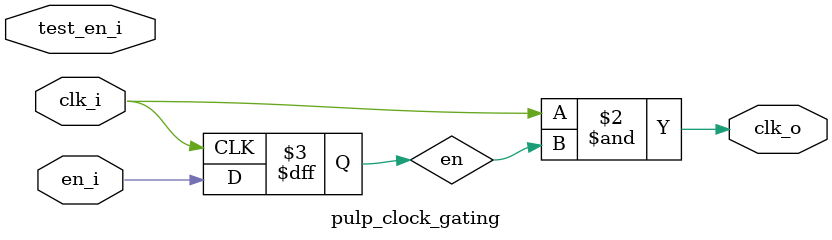
<source format=sv>
`timescale 1ns / 1ps


module pulp_clock_gating(
    input clk_i,
    input en_i,
    input test_en_i,
    output clk_o
    );
    reg en;
    always@(posedge clk_i)
     en <=en_i;
    assign clk_o = clk_i & en;
     
endmodule

</source>
